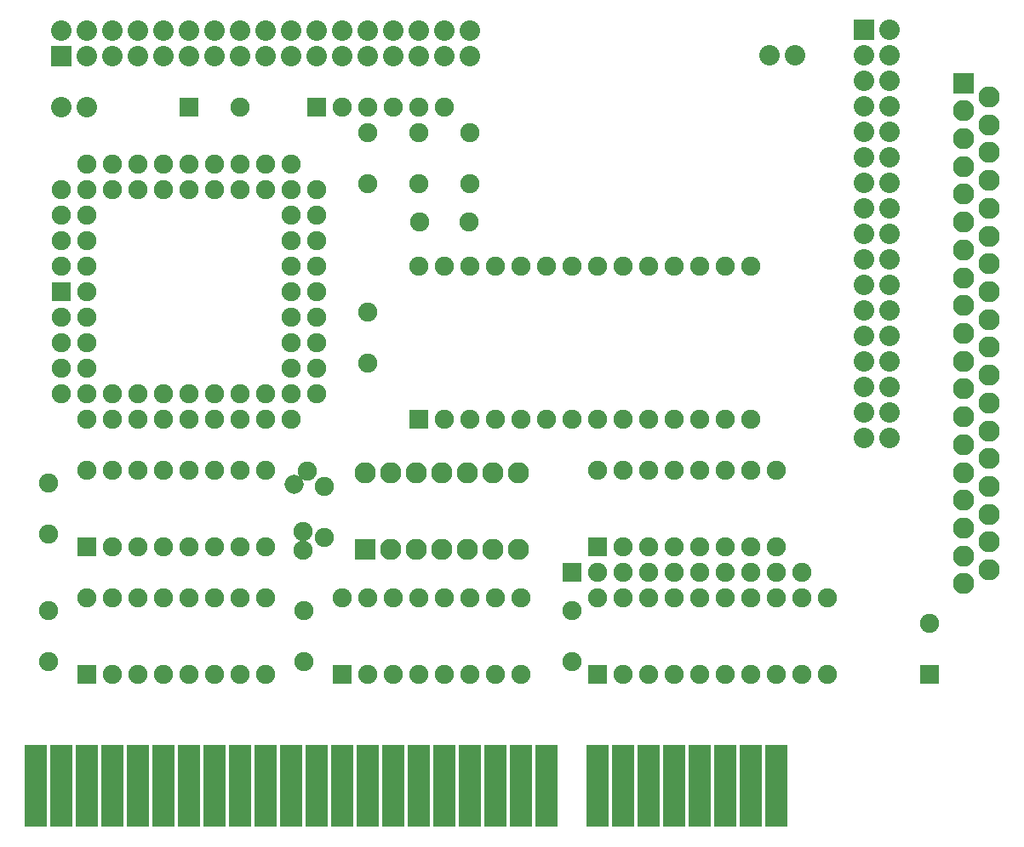
<source format=gts>
%TF.GenerationSoftware,KiCad,Pcbnew,(5.1.6-0)*%
%TF.CreationDate,2020-08-02T10:50:01-05:00*%
%TF.ProjectId,isa_fdc.kicad_DB37_pcb,6973615f-6664-4632-9e6b-696361645f44,rev?*%
%TF.SameCoordinates,Original*%
%TF.FileFunction,Soldermask,Top*%
%TF.FilePolarity,Negative*%
%FSLAX46Y46*%
G04 Gerber Fmt 4.6, Leading zero omitted, Abs format (unit mm)*
G04 Created by KiCad (PCBNEW (5.1.6-0)) date 2020-08-02 10:50:01*
%MOMM*%
%LPD*%
G01*
G04 APERTURE LIST*
%ADD10C,2.108000*%
%ADD11R,2.108000X2.108000*%
%ADD12C,2.032000*%
%ADD13R,2.032000X2.032000*%
%ADD14C,1.908000*%
%ADD15O,1.908000X1.908000*%
%ADD16O,2.108000X2.108000*%
%ADD17C,1.905000*%
%ADD18R,1.905000X1.905000*%
%ADD19R,2.286000X8.128000*%
%ADD20O,2.032000X2.032000*%
G04 APERTURE END LIST*
D10*
%TO.C,P2*%
X198970000Y-108975000D03*
X198970000Y-106205000D03*
X198970000Y-103435000D03*
X198970000Y-100665000D03*
X198970000Y-97895000D03*
X198970000Y-95125000D03*
X198970000Y-92355000D03*
X198970000Y-89585000D03*
X198970000Y-86815000D03*
X198970000Y-84045000D03*
X198970000Y-81275000D03*
X198970000Y-78505000D03*
X198970000Y-75735000D03*
X198970000Y-72965000D03*
X198970000Y-70195000D03*
X198970000Y-67425000D03*
X198970000Y-64655000D03*
X198970000Y-61885000D03*
X196430000Y-110360000D03*
X196430000Y-107590000D03*
X196430000Y-104820000D03*
X196430000Y-102050000D03*
X196430000Y-99280000D03*
X196430000Y-96510000D03*
X196430000Y-93740000D03*
X196430000Y-90970000D03*
X196430000Y-88200000D03*
X196430000Y-85430000D03*
X196430000Y-82660000D03*
X196430000Y-79890000D03*
X196430000Y-77120000D03*
X196430000Y-74350000D03*
X196430000Y-71580000D03*
X196430000Y-68810000D03*
X196430000Y-66040000D03*
X196430000Y-63270000D03*
D11*
X196430000Y-60500000D03*
%TD*%
D12*
%TO.C,P3*%
X189010000Y-95870000D03*
X186470000Y-95870000D03*
X189010000Y-93330000D03*
X186470000Y-93330000D03*
X186470000Y-90790000D03*
X189010000Y-90790000D03*
X186470000Y-88250000D03*
X189010000Y-88250000D03*
X189010000Y-85710000D03*
X186470000Y-85710000D03*
X189010000Y-83170000D03*
X186470000Y-83170000D03*
X189010000Y-80630000D03*
X186470000Y-80630000D03*
X189010000Y-78090000D03*
X186470000Y-78090000D03*
X189010000Y-75550000D03*
X186470000Y-75550000D03*
X189010000Y-73010000D03*
X186470000Y-73010000D03*
X189010000Y-70470000D03*
X186470000Y-70470000D03*
X189010000Y-67930000D03*
X186470000Y-67930000D03*
X189010000Y-65390000D03*
X186470000Y-65390000D03*
X189010000Y-62850000D03*
X186470000Y-62850000D03*
X189010000Y-60310000D03*
X186470000Y-60310000D03*
X189010000Y-57770000D03*
X186470000Y-57770000D03*
X189010000Y-55230000D03*
D13*
X186470000Y-55230000D03*
%TD*%
D14*
%TO.C,R2*%
X130690000Y-105120000D03*
D15*
X130690000Y-107020000D03*
%TD*%
%TO.C,R1*%
G36*
G01*
X130501077Y-99778923D02*
X130501077Y-99778923D01*
G75*
G02*
X130501077Y-101128083I-674580J-674580D01*
G01*
X130501077Y-101128083D01*
G75*
G02*
X129151917Y-101128083I-674580J674580D01*
G01*
X129151917Y-101128083D01*
G75*
G02*
X129151917Y-99778923I674580J674580D01*
G01*
X129151917Y-99778923D01*
G75*
G02*
X130501077Y-99778923I674580J-674580D01*
G01*
G37*
D14*
X131170000Y-99110000D03*
%TD*%
D11*
%TO.C,U2*%
X136880000Y-106910000D03*
D16*
X152120000Y-99290000D03*
X139420000Y-106910000D03*
X149580000Y-99290000D03*
X141960000Y-106910000D03*
X147040000Y-99290000D03*
X144500000Y-106910000D03*
X144500000Y-99290000D03*
X147040000Y-106910000D03*
X141960000Y-99290000D03*
X149580000Y-106910000D03*
X139420000Y-99290000D03*
X152120000Y-106910000D03*
X136880000Y-99290000D03*
%TD*%
D17*
%TO.C,C2*%
X132790000Y-100680000D03*
X132790000Y-105760000D03*
%TD*%
D18*
%TO.C,SW1*%
X109220000Y-106680000D03*
D17*
X111760000Y-106680000D03*
X114300000Y-106680000D03*
X116840000Y-106680000D03*
X119380000Y-106680000D03*
X121920000Y-106680000D03*
X124460000Y-106680000D03*
X127000000Y-106680000D03*
X127000000Y-99060000D03*
X124460000Y-99060000D03*
X121920000Y-99060000D03*
X119380000Y-99060000D03*
X116840000Y-99060000D03*
X114300000Y-99060000D03*
X111760000Y-99060000D03*
X109220000Y-99060000D03*
%TD*%
D19*
%TO.C,BUS1*%
X177800000Y-130492500D03*
X175260000Y-130492500D03*
X172720000Y-130492500D03*
X170180000Y-130492500D03*
X167640000Y-130492500D03*
X165100000Y-130492500D03*
X162560000Y-130492500D03*
X160020000Y-130492500D03*
X154940000Y-130492500D03*
X152400000Y-130492500D03*
X149860000Y-130492500D03*
X147320000Y-130492500D03*
X144780000Y-130492500D03*
X142240000Y-130492500D03*
X139700000Y-130492500D03*
X137160000Y-130492500D03*
X134620000Y-130492500D03*
X132080000Y-130492500D03*
X129540000Y-130492500D03*
X127000000Y-130492500D03*
X124460000Y-130492500D03*
X121920000Y-130492500D03*
X119380000Y-130492500D03*
X116840000Y-130492500D03*
X114300000Y-130492500D03*
X111760000Y-130492500D03*
X109220000Y-130492500D03*
X106680000Y-130492500D03*
X104140000Y-130492500D03*
%TD*%
D12*
%TO.C,JP2*%
X179670000Y-57760000D03*
D20*
X177130000Y-57760000D03*
%TD*%
D18*
%TO.C,C11*%
X193040000Y-119380000D03*
D17*
X193040000Y-114300000D03*
%TD*%
D18*
%TO.C,C12*%
X119380000Y-62865000D03*
D17*
X124460000Y-62865000D03*
%TD*%
D18*
%TO.C,U5*%
X160020000Y-119380000D03*
D17*
X162560000Y-119380000D03*
X165100000Y-119380000D03*
X167640000Y-119380000D03*
X170180000Y-119380000D03*
X172720000Y-119380000D03*
X175260000Y-119380000D03*
X177800000Y-119380000D03*
X180340000Y-119380000D03*
X182880000Y-119380000D03*
X182880000Y-111760000D03*
X180340000Y-111760000D03*
X177800000Y-111760000D03*
X175260000Y-111760000D03*
X172720000Y-111760000D03*
X170180000Y-111760000D03*
X167640000Y-111760000D03*
X165100000Y-111760000D03*
X162560000Y-111760000D03*
X160020000Y-111760000D03*
%TD*%
D18*
%TO.C,U7*%
X109220000Y-119380000D03*
D17*
X111760000Y-119380000D03*
X114300000Y-119380000D03*
X116840000Y-119380000D03*
X119380000Y-119380000D03*
X121920000Y-119380000D03*
X124460000Y-119380000D03*
X127000000Y-119380000D03*
X127000000Y-111760000D03*
X124460000Y-111760000D03*
X121920000Y-111760000D03*
X119380000Y-111760000D03*
X116840000Y-111760000D03*
X114300000Y-111760000D03*
X111760000Y-111760000D03*
X109220000Y-111760000D03*
%TD*%
D18*
%TO.C,U6*%
X134620000Y-119380000D03*
D17*
X137160000Y-119380000D03*
X139700000Y-119380000D03*
X142240000Y-119380000D03*
X144780000Y-119380000D03*
X147320000Y-119380000D03*
X149860000Y-119380000D03*
X152400000Y-119380000D03*
X152400000Y-111760000D03*
X149860000Y-111760000D03*
X147320000Y-111760000D03*
X144780000Y-111760000D03*
X142240000Y-111760000D03*
X139700000Y-111760000D03*
X137160000Y-111760000D03*
X134620000Y-111760000D03*
%TD*%
D18*
%TO.C,SW2*%
X160020000Y-106680000D03*
D17*
X162560000Y-106680000D03*
X165100000Y-106680000D03*
X167640000Y-106680000D03*
X170180000Y-106680000D03*
X172720000Y-106680000D03*
X175260000Y-106680000D03*
X177800000Y-106680000D03*
X177800000Y-99060000D03*
X175260000Y-99060000D03*
X172720000Y-99060000D03*
X170180000Y-99060000D03*
X167640000Y-99060000D03*
X165100000Y-99060000D03*
X162560000Y-99060000D03*
X160020000Y-99060000D03*
%TD*%
%TO.C,C1*%
X105410000Y-100330000D03*
X105410000Y-105410000D03*
%TD*%
%TO.C,C7*%
X105410000Y-113030000D03*
X105410000Y-118110000D03*
%TD*%
%TO.C,C6*%
X130810000Y-113030000D03*
X130810000Y-118110000D03*
%TD*%
%TO.C,C5*%
X157470000Y-113020000D03*
X157470000Y-118100000D03*
%TD*%
%TO.C,C4*%
X137170000Y-83310000D03*
X137170000Y-88390000D03*
%TD*%
%TO.C,C16*%
X142240000Y-70485000D03*
X142240000Y-65405000D03*
%TD*%
%TO.C,C15*%
X147320000Y-70485000D03*
X147320000Y-65405000D03*
%TD*%
D18*
%TO.C,U4*%
X142240000Y-93980000D03*
D17*
X144780000Y-93980000D03*
X147320000Y-93980000D03*
X149860000Y-93980000D03*
X152400000Y-93980000D03*
X154940000Y-93980000D03*
X157480000Y-93980000D03*
X160020000Y-93980000D03*
X162560000Y-93980000D03*
X165100000Y-93980000D03*
X167640000Y-93980000D03*
X170180000Y-93980000D03*
X172720000Y-93980000D03*
X175260000Y-93980000D03*
X175260000Y-78740000D03*
X172720000Y-78740000D03*
X170180000Y-78740000D03*
X167640000Y-78740000D03*
X165100000Y-78740000D03*
X162560000Y-78740000D03*
X160020000Y-78740000D03*
X157480000Y-78740000D03*
X154940000Y-78740000D03*
X152400000Y-78740000D03*
X149860000Y-78740000D03*
X147320000Y-78740000D03*
X144780000Y-78740000D03*
X142240000Y-78740000D03*
%TD*%
%TO.C,C17*%
X137160000Y-65405000D03*
X137160000Y-70485000D03*
%TD*%
D18*
%TO.C,U1*%
X106680000Y-81280000D03*
D17*
X109220000Y-81280000D03*
X106680000Y-83820000D03*
X109220000Y-83820000D03*
X106680000Y-86360000D03*
X109220000Y-86360000D03*
X106680000Y-88900000D03*
X109220000Y-88900000D03*
X106680000Y-91440000D03*
X109220000Y-93980000D03*
X109220000Y-91440000D03*
X111760000Y-93980000D03*
X111760000Y-91440000D03*
X114300000Y-93980000D03*
X114300000Y-91440000D03*
X116840000Y-93980000D03*
X116840000Y-91440000D03*
X119380000Y-93980000D03*
X119380000Y-91440000D03*
X121920000Y-93980000D03*
X121920000Y-91440000D03*
X124460000Y-93980000D03*
X124460000Y-91440000D03*
X127000000Y-93980000D03*
X127000000Y-91440000D03*
X129540000Y-93980000D03*
X132080000Y-91440000D03*
X129540000Y-91440000D03*
X132080000Y-88900000D03*
X129540000Y-88900000D03*
X132080000Y-86360000D03*
X129540000Y-86360000D03*
X132080000Y-83820000D03*
X129540000Y-83820000D03*
X132080000Y-81280000D03*
X129540000Y-81280000D03*
X132080000Y-78740000D03*
X129540000Y-78740000D03*
X132080000Y-76200000D03*
X129540000Y-76200000D03*
X132080000Y-73660000D03*
X129540000Y-73660000D03*
X132080000Y-71120000D03*
X129540000Y-68580000D03*
X129540000Y-71120000D03*
X127000000Y-68580000D03*
X127000000Y-71120000D03*
X124460000Y-68580000D03*
X124460000Y-71120000D03*
X121920000Y-68580000D03*
X121920000Y-71120000D03*
X119380000Y-68580000D03*
X119380000Y-71120000D03*
X116840000Y-68580000D03*
X116840000Y-71120000D03*
X114300000Y-68580000D03*
X114300000Y-71120000D03*
X111760000Y-68580000D03*
X111760000Y-71120000D03*
X109220000Y-68580000D03*
X106680000Y-71120000D03*
X109220000Y-71120000D03*
X106680000Y-73660000D03*
X109220000Y-73660000D03*
X106680000Y-76200000D03*
X109220000Y-76200000D03*
X106680000Y-78740000D03*
X109220000Y-78740000D03*
%TD*%
D20*
%TO.C,JP1*%
X106680000Y-62865000D03*
D12*
X109220000Y-62865000D03*
%TD*%
D13*
%TO.C,P1*%
X106680000Y-57785000D03*
D12*
X106680000Y-55245000D03*
X109220000Y-57785000D03*
X109220000Y-55245000D03*
X111760000Y-57785000D03*
X111760000Y-55245000D03*
X114300000Y-57785000D03*
X114300000Y-55245000D03*
X116840000Y-57785000D03*
X116840000Y-55245000D03*
X119380000Y-57785000D03*
X119380000Y-55245000D03*
X121920000Y-57785000D03*
X121920000Y-55245000D03*
X124460000Y-57785000D03*
X124460000Y-55245000D03*
X127000000Y-57785000D03*
X127000000Y-55245000D03*
X129540000Y-57785000D03*
X129540000Y-55245000D03*
X132080000Y-57785000D03*
X132080000Y-55245000D03*
X134620000Y-57785000D03*
X134620000Y-55245000D03*
X137160000Y-57785000D03*
X137160000Y-55245000D03*
X139700000Y-55245000D03*
X139700000Y-57785000D03*
X142240000Y-55245000D03*
X142240000Y-57785000D03*
X144780000Y-57785000D03*
X144780000Y-55245000D03*
X147320000Y-57785000D03*
X147320000Y-55245000D03*
%TD*%
D18*
%TO.C,RR1*%
X157480000Y-109220000D03*
D17*
X160020000Y-109220000D03*
X162560000Y-109220000D03*
X165100000Y-109220000D03*
X167640000Y-109220000D03*
X170180000Y-109220000D03*
X172720000Y-109220000D03*
X175260000Y-109220000D03*
X177800000Y-109220000D03*
X180340000Y-109220000D03*
%TD*%
%TO.C,RR2*%
X144780000Y-62865000D03*
X142240000Y-62865000D03*
X139700000Y-62865000D03*
X137160000Y-62865000D03*
X134620000Y-62865000D03*
D18*
X132080000Y-62865000D03*
%TD*%
D17*
%TO.C,X1*%
X147220940Y-74295000D03*
X142339060Y-74295000D03*
%TD*%
M02*

</source>
